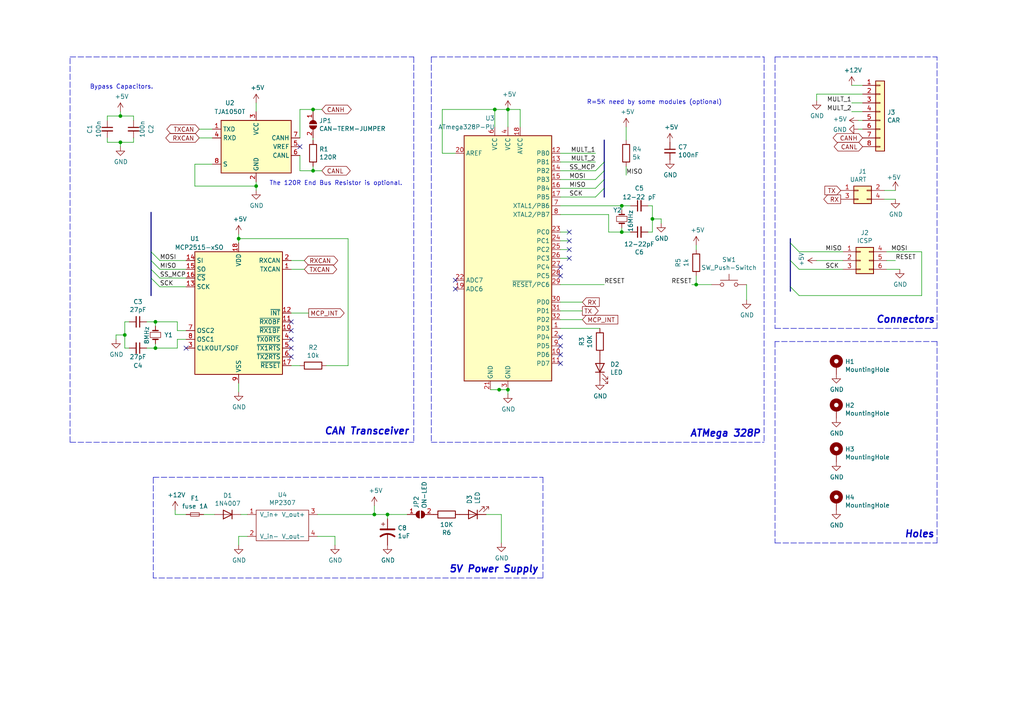
<source format=kicad_sch>
(kicad_sch (version 20211123) (generator eeschema)
  (paper "A4")
  (title_block (title "CANBUS Radio VAG Controller") (date "2023-01-14") (rev "1.0") (company "Augusto Samuel Hernández Martín"))
  (lib_symbols
    (symbol "CanBus-Radio-VAG-rescue:CP1-Device" (pin_numbers hide) (pin_names (offset 0.254) hide)
      (property "Reference" "C" (at 0.635 2.54 0))
      (property "Value" "CP1-Device" (at 0.635 -2.54 0))
      (symbol "CP1-Device_1_1"
        (pin passive line (at 0 3.81 270) (length 2.794) (name "~") (number "1"))
        (pin passive line (at 0 -3.81 90) (length 3.302) (name "~") (number "2"))
      )
    )
    (symbol "CanBus-Radio-VAG:SW_Push-Switch" (pin_numbers hide) (pin_names (offset 1.016) hide)
      (property "Reference" "SW" (at 1.27 2.54 0))
      (property "Value" "SW_Push-Switch" (at 0 -1.524 0))
      (symbol "SW_Push-Switch_0_1"
        (pin passive line (at -5.08 0 0) (length 2.54) (name "1") (number "1"))
        (pin passive line (at 5.08 0 180) (length 2.54) (name "2") (number "2"))
      )
    )
    (symbol "Connector_Generic:Conn_01x08" (pin_names (offset 1.016) hide)
      (property "Reference" "J" (at 0 10.16 0))
      (property "Value" "Conn_01x08" (at 0 -12.7 0))
      (symbol "Conn_01x08_1_1"
        (pin passive line (at -5.08 7.62 0) (length 3.81) (name "Pin_1") (number "1"))
        (pin passive line (at -5.08 5.08 0) (length 3.81) (name "Pin_2") (number "2"))
        (pin passive line (at -5.08 2.54 0) (length 3.81) (name "Pin_3") (number "3"))
        (pin passive line (at -5.08 0 0) (length 3.81) (name "Pin_4") (number "4"))
        (pin passive line (at -5.08 -2.54 0) (length 3.81) (name "Pin_5") (number "5"))
        (pin passive line (at -5.08 -5.08 0) (length 3.81) (name "Pin_6") (number "6"))
        (pin passive line (at -5.08 -7.62 0) (length 3.81) (name "Pin_7") (number "7"))
        (pin passive line (at -5.08 -10.16 0) (length 3.81) (name "Pin_8") (number "8"))
      )
    )
    (symbol "Connector_Generic:Conn_02x02_Odd_Even" (pin_names (offset 1.016) hide)
      (property "Reference" "J" (at 1.27 2.54 0))
      (property "Value" "Conn_02x02_Odd_Even" (at 1.27 -5.08 0))
      (symbol "Conn_02x02_Odd_Even_1_1"
        (pin passive line (at -5.08 0 0) (length 3.81) (name "Pin_1") (number "1"))
        (pin passive line (at 7.62 0 180) (length 3.81) (name "Pin_2") (number "2"))
        (pin passive line (at -5.08 -2.54 0) (length 3.81) (name "Pin_3") (number "3"))
        (pin passive line (at 7.62 -2.54 180) (length 3.81) (name "Pin_4") (number "4"))
      )
    )
    (symbol "Device:C_Small" (pin_numbers hide) (pin_names (offset 0.254) hide)
      (property "Reference" "C" (at 0.254 1.778 0))
      (property "Value" "C_Small" (at 0.254 -2.032 0))
      (symbol "C_Small_1_1"
        (pin passive line (at 0 2.54 270) (length 2.032) (name "~") (number "1"))
        (pin passive line (at 0 -2.54 90) (length 2.032) (name "~") (number "2"))
      )
    )
    (symbol "Device:LED" (pin_numbers hide) (pin_names (offset 1.016) hide)
      (property "Reference" "D" (at 0 2.54 0))
      (property "Value" "LED" (at 0 -2.54 0))
      (symbol "LED_1_1"
        (pin passive line (at -3.81 0 0) (length 2.54) (name "K") (number "1"))
        (pin passive line (at 3.81 0 180) (length 2.54) (name "A") (number "2"))
      )
    )
    (symbol "Device:R" (pin_numbers hide) (pin_names (offset 0))
      (property "Reference" "R" (at 2.032 0 90))
      (property "Value" "R" (at 0 0 90))
      (symbol "R_1_1"
        (pin passive line (at 0 3.81 270) (length 1.27) (name "~") (number "1"))
        (pin passive line (at 0 -3.81 90) (length 1.27) (name "~") (number "2"))
      )
    )
    (symbol "Diode:1N4007" (pin_numbers hide) (pin_names hide)
      (property "Reference" "D" (at 0 2.54 0))
      (property "Value" "1N4007" (at 0 -2.54 0))
      (symbol "1N4007_1_1"
        (pin passive line (at -3.81 0 0) (length 2.54) (name "K") (number "1"))
        (pin passive line (at 3.81 0 180) (length 2.54) (name "A") (number "2"))
      )
    )
    (symbol "Jumper:SolderJumper_2_Open" (pin_names (offset 0) hide)
      (property "Reference" "JP" (at 0 2.032 0))
      (property "Value" "SolderJumper_2_Open" (at 0 -2.54 0))
      (symbol "SolderJumper_2_Open_1_1"
        (pin passive line (at -3.81 0 0) (length 2.54) (name "A") (number "1"))
        (pin passive line (at 3.81 0 180) (length 2.54) (name "B") (number "2"))
      )
    )
    (symbol "Nodo_BMS_1_1-rescue:+5V-power-Nodo_BMS_1_0-rescue-Nodo_BMS_1_1-rescue" (power) (pin_names (offset 0))
      (property "Value" "+5V-power-Nodo_BMS_1_0-rescue-Nodo_BMS_1_1-rescue" (at 0 3.556 0))
      (symbol "+5V-power-Nodo_BMS_1_0-rescue-Nodo_BMS_1_1-rescue_1_1"
        (pin power_in line (at 0 0 90) (length 0) hide (name "+5V") (number "1"))
      )
    )
    (symbol "Nodo_BMS_1_1-rescue:ATmega328P-PU-SmartBMS-Nodo_BMS_1_0-rescue-Nodo_BMS_1_0-rescue-Nodo_BMS_1_1-rescue"
      (property "Reference" "U" (at -12.7 36.83 0))
      (property "Value" "ATmega328P-PU-SmartBMS-Nodo_BMS_1_0-rescue-Nodo_BMS_1_0-rescue-Nodo_BMS_1_1-rescue" (at 2.54 -36.83 0))
      (symbol "ATmega328P-PU-SmartBMS-Nodo_BMS_1_0-rescue-Nodo_BMS_1_0-rescue-Nodo_BMS_1_1-rescue_1_1"
        (pin bidirectional line (at 15.24 -20.32 180) (length 2.54) (name "PD3") (number "1"))
        (pin bidirectional line (at 15.24 -27.94 180) (length 2.54) (name "PD6") (number "10"))
        (pin bidirectional line (at 15.24 -30.48 180) (length 2.54) (name "PD7") (number "11"))
        (pin bidirectional line (at 15.24 30.48 180) (length 2.54) (name "PB0") (number "12"))
        (pin bidirectional line (at 15.24 27.94 180) (length 2.54) (name "PB1") (number "13"))
        (pin bidirectional line (at 15.24 25.4 180) (length 2.54) (name "PB2") (number "14"))
        (pin bidirectional line (at 15.24 22.86 180) (length 2.54) (name "PB3") (number "15"))
        (pin bidirectional line (at 15.24 20.32 180) (length 2.54) (name "PB4") (number "16"))
        (pin bidirectional line (at 15.24 17.78 180) (length 2.54) (name "PB5") (number "17"))
        (pin power_in line (at 3.556 38.1 270) (length 2.54) (name "AVCC") (number "18"))
        (pin bidirectional line (at -15.24 -8.89 0) (length 2.54) (name "ADC6") (number "19"))
        (pin bidirectional line (at 15.24 -22.86 180) (length 2.54) (name "PD4") (number "2"))
        (pin passive line (at -15.24 30.48 0) (length 2.54) (name "AREF") (number "20"))
        (pin power_in line (at -5.08 -38.1 90) (length 2.54) (name "GND") (number "21"))
        (pin bidirectional line (at -15.24 -6.35 0) (length 2.54) (name "ADC7") (number "22"))
        (pin bidirectional line (at 15.24 7.62 180) (length 2.54) (name "PC0") (number "23"))
        (pin bidirectional line (at 15.24 5.08 180) (length 2.54) (name "PC1") (number "24"))
        (pin bidirectional line (at 15.24 2.54 180) (length 2.54) (name "PC2") (number "25"))
        (pin bidirectional line (at 15.24 0 180) (length 2.54) (name "PC3") (number "26"))
        (pin bidirectional line (at 15.24 -2.54 180) (length 2.54) (name "PC4") (number "27"))
        (pin bidirectional line (at 15.24 -5.08 180) (length 2.54) (name "PC5") (number "28"))
        (pin bidirectional line (at 15.24 -7.62 180) (length 2.54) (name "~{RESET}/PC6") (number "29"))
        (pin power_in line (at 0 -38.1 90) (length 2.54) (name "GND") (number "3"))
        (pin bidirectional line (at 15.24 -12.7 180) (length 2.54) (name "PD0") (number "30"))
        (pin bidirectional line (at 15.24 -15.24 180) (length 2.54) (name "PD1") (number "31"))
        (pin bidirectional line (at 15.24 -17.78 180) (length 2.54) (name "PD2") (number "32"))
        (pin power_in line (at 0 38.1 270) (length 2.54) (name "VCC") (number "4"))
        (pin power_in line (at -2.54 -38.1 90) (length 2.54) hide (name "GND") (number "5"))
        (pin power_in line (at -3.81 38.1 270) (length 2.54) (name "VCC") (number "6"))
        (pin bidirectional line (at 15.24 15.24 180) (length 2.54) (name "XTAL1/PB6") (number "7"))
        (pin bidirectional line (at 15.24 12.7 180) (length 2.54) (name "XTAL2/PB7") (number "8"))
        (pin bidirectional line (at 15.24 -25.4 180) (length 2.54) (name "PD5") (number "9"))
      )
    )
    (symbol "Nodo_BMS_1_1-rescue:C_Small-SmartBMS-Nodo_BMS_1_0-rescue-Nodo_BMS_1_0-rescue-Nodo_BMS_1_1-rescue" (pin_numbers hide) (pin_names (offset 0.254) hide)
      (property "Reference" "C" (at 0.254 1.778 0))
      (property "Value" "C_Small-SmartBMS-Nodo_BMS_1_0-rescue-Nodo_BMS_1_0-rescue-Nodo_BMS_1_1-rescue" (at 0.254 -2.032 0))
      (symbol "C_Small-SmartBMS-Nodo_BMS_1_0-rescue-Nodo_BMS_1_0-rescue-Nodo_BMS_1_1-rescue_1_1"
        (pin passive line (at 0 2.54 270) (length 2.032) (name "~") (number "1"))
        (pin passive line (at 0 -2.54 90) (length 2.032) (name "~") (number "2"))
      )
    )
    (symbol "Nodo_BMS_1_1-rescue:Conn_02x03_Top_Bottom-Connector_Generic-Nodo_BMS_1_0-rescue-Nodo_BMS_1_0-rescue-Nodo_BMS_1_1-rescue" (pin_names (offset 1.016) hide)
      (property "Reference" "J" (at 1.27 5.08 0))
      (property "Value" "Conn_02x03_Top_Bottom-Connector_Generic-Nodo_BMS_1_0-rescue-Nodo_BMS_1_0-rescue-Nodo_BMS_1_1-rescue" (at 1.27 -5.08 0))
      (symbol "Conn_02x03_Top_Bottom-Connector_Generic-Nodo_BMS_1_0-rescue-Nodo_BMS_1_0-rescue-Nodo_BMS_1_1-rescue_1_1"
        (pin passive line (at -5.08 2.54 0) (length 3.81) (name "Pin_1") (number "1"))
        (pin passive line (at -5.08 0 0) (length 3.81) (name "Pin_2") (number "2"))
        (pin passive line (at -5.08 -2.54 0) (length 3.81) (name "Pin_3") (number "3"))
        (pin passive line (at 7.62 2.54 180) (length 3.81) (name "Pin_4") (number "4"))
        (pin passive line (at 7.62 0 180) (length 3.81) (name "Pin_5") (number "5"))
        (pin passive line (at 7.62 -2.54 180) (length 3.81) (name "Pin_6") (number "6"))
      )
    )
    (symbol "Nodo_BMS_1_1-rescue:Crystal_Small-SmartBMS-Nodo_BMS_1_0-rescue-Nodo_BMS_1_0-rescue-Nodo_BMS_1_1-rescue" (pin_numbers hide) (pin_names (offset 1.016) hide)
      (property "Reference" "Y" (at 0 2.54 0))
      (property "Value" "Crystal_Small-SmartBMS-Nodo_BMS_1_0-rescue-Nodo_BMS_1_0-rescue-Nodo_BMS_1_1-rescue" (at 0 -2.54 0))
      (symbol "Crystal_Small-SmartBMS-Nodo_BMS_1_0-rescue-Nodo_BMS_1_0-rescue-Nodo_BMS_1_1-rescue_1_1"
        (pin passive line (at -2.54 0 0) (length 1.27) (name "1") (number "1"))
        (pin passive line (at 2.54 0 180) (length 1.27) (name "2") (number "2"))
      )
    )
    (symbol "Nodo_BMS_1_1-rescue:Fuse_Small-SmartBMS-Nodo_BMS_1_0-rescue-Nodo_BMS_1_0-rescue-Nodo_BMS_1_1-rescue" (pin_numbers hide) (pin_names (offset 0.254) hide)
      (property "Reference" "F" (at 0 -1.524 0))
      (property "Value" "Fuse_Small-SmartBMS-Nodo_BMS_1_0-rescue-Nodo_BMS_1_0-rescue-Nodo_BMS_1_1-rescue" (at 0 1.524 0))
      (symbol "Fuse_Small-SmartBMS-Nodo_BMS_1_0-rescue-Nodo_BMS_1_0-rescue-Nodo_BMS_1_1-rescue_1_1"
        (pin passive line (at -2.54 0 0) (length 1.27) (name "~") (number "1"))
        (pin passive line (at 2.54 0 180) (length 1.27) (name "~") (number "2"))
      )
    )
    (symbol "Nodo_BMS_1_1-rescue:GND-power-Nodo_BMS_1_0-rescue-Nodo_BMS_1_1-rescue" (power) (pin_names (offset 0))
      (property "Value" "GND-power-Nodo_BMS_1_0-rescue-Nodo_BMS_1_1-rescue" (at 0 -3.81 0))
      (symbol "GND-power-Nodo_BMS_1_0-rescue-Nodo_BMS_1_1-rescue_1_1"
        (pin power_in line (at 0 0 270) (length 0) hide (name "GND") (number "1"))
      )
    )
    (symbol "Nodo_BMS_1_1-rescue:MCP2515-xSO-SmartBMS-Nodo_BMS_1_0-rescue-Nodo_BMS_1_0-rescue-Nodo_BMS_1_1-rescue"
      (property "Reference" "U" (at -10.16 19.685 0))
      (property "Value" "MCP2515-xSO-SmartBMS-Nodo_BMS_1_0-rescue-Nodo_BMS_1_0-rescue-Nodo_BMS_1_1-rescue" (at 19.05 20.32 0))
      (symbol "MCP2515-xSO-SmartBMS-Nodo_BMS_1_0-rescue-Nodo_BMS_1_0-rescue-Nodo_BMS_1_1-rescue_1_1"
        (pin output line (at 15.24 12.7 180) (length 2.54) (name "TXCAN") (number "1"))
        (pin output line (at 15.24 -5.08 180) (length 2.54) (name "~{RX1BF}") (number "10"))
        (pin output line (at 15.24 -2.54 180) (length 2.54) (name "~{RX0BF}") (number "11"))
        (pin output line (at 15.24 0 180) (length 2.54) (name "~{INT}") (number "12"))
        (pin input line (at -15.24 7.62 0) (length 2.54) (name "SCK") (number "13"))
        (pin input line (at -15.24 15.24 0) (length 2.54) (name "SI") (number "14"))
        (pin output line (at -15.24 12.7 0) (length 2.54) (name "SO") (number "15"))
        (pin input line (at -15.24 10.16 0) (length 2.54) (name "~{CS}") (number "16"))
        (pin input line (at 15.24 -15.24 180) (length 2.54) (name "~{RESET}") (number "17"))
        (pin power_in line (at 0 20.32 270) (length 2.54) (name "VDD") (number "18"))
        (pin input line (at 15.24 15.24 180) (length 2.54) (name "RXCAN") (number "2"))
        (pin output line (at -15.24 -10.16 0) (length 2.54) (name "CLKOUT/SOF") (number "3"))
        (pin input line (at 15.24 -7.62 180) (length 2.54) (name "~{TX0RTS}") (number "4"))
        (pin input line (at 15.24 -10.16 180) (length 2.54) (name "~{TX1RTS}") (number "5"))
        (pin input line (at 15.24 -12.7 180) (length 2.54) (name "~{TX2RTS}") (number "6"))
        (pin output line (at -15.24 -5.08 0) (length 2.54) (name "OSC2") (number "7"))
        (pin input line (at -15.24 -7.62 0) (length 2.54) (name "OSC1") (number "8"))
        (pin power_in line (at 0 -20.32 90) (length 2.54) (name "VSS") (number "9"))
      )
    )
    (symbol "Nodo_BMS_1_1-rescue:MP2307-SmartBMS" (pin_names (offset 1.016))
      (property "Reference" "U" (at 0 0 0))
      (property "Value" "MP2307-SmartBMS" (at 5.08 0 0))
      (symbol "MP2307-SmartBMS_1_1"
        (pin power_in line (at -2.54 -2.54 0) (length 2.54) (name "V_in+") (number "1"))
        (pin power_in line (at -2.54 -8.89 0) (length 2.54) (name "V_in-") (number "2"))
        (pin power_out line (at 17.78 -2.54 180) (length 2.54) (name "V_out+") (number "3"))
        (pin power_out line (at 17.78 -8.89 180) (length 2.54) (name "V_out-") (number "4"))
      )
    )
    (symbol "Nodo_BMS_1_1-rescue:MountingHole_Pad-Mechanical-Nodo_BMS_1_0-rescue-Nodo_BMS_1_0-rescue-Nodo_BMS_1_1-rescue" (pin_numbers hide) (pin_names (offset 1.016) hide)
      (property "Reference" "H" (at 0 6.35 0))
      (property "Value" "MountingHole_Pad-Mechanical-Nodo_BMS_1_0-rescue-Nodo_BMS_1_0-rescue-Nodo_BMS_1_1-rescue" (at 0 4.445 0))
      (symbol "MountingHole_Pad-Mechanical-Nodo_BMS_1_0-rescue-Nodo_BMS_1_0-rescue-Nodo_BMS_1_1-rescue_1_1"
        (pin input line (at 0 -2.54 90) (length 2.54) (name "1") (number "1"))
      )
    )
    (symbol "Nodo_BMS_1_1-rescue:R-SmartBMS-Nodo_BMS_1_0-rescue-Nodo_BMS_1_0-rescue-Nodo_BMS_1_1-rescue" (pin_numbers hide) (pin_names (offset 0))
      (property "Reference" "R" (at 2.032 0 90))
      (property "Value" "R-SmartBMS-Nodo_BMS_1_0-rescue-Nodo_BMS_1_0-rescue-Nodo_BMS_1_1-rescue" (at 0 0 90))
      (symbol "R-SmartBMS-Nodo_BMS_1_0-rescue-Nodo_BMS_1_0-rescue-Nodo_BMS_1_1-rescue_1_1"
        (pin passive line (at 0 3.81 270) (length 1.27) (name "~") (number "1"))
        (pin passive line (at 0 -3.81 90) (length 1.27) (name "~") (number "2"))
      )
    )
    (symbol "Nodo_BMS_1_1-rescue:TJA1050T-SmartBMS-Nodo_BMS_1_0-rescue-Nodo_BMS_1_0-rescue-Nodo_BMS_1_1-rescue"
      (property "Reference" "U" (at -8.89 8.89 0))
      (property "Value" "TJA1050T-SmartBMS-Nodo_BMS_1_0-rescue-Nodo_BMS_1_0-rescue-Nodo_BMS_1_1-rescue" (at 1.27 8.89 0))
      (symbol "TJA1050T-SmartBMS-Nodo_BMS_1_0-rescue-Nodo_BMS_1_0-rescue-Nodo_BMS_1_1-rescue_1_1"
        (pin input line (at -12.7 5.08 0) (length 2.54) (name "TXD") (number "1"))
        (pin power_in line (at 0 -10.16 90) (length 2.54) (name "GND") (number "2"))
        (pin power_in line (at 0 10.16 270) (length 2.54) (name "VCC") (number "3"))
        (pin output line (at -12.7 2.54 0) (length 2.54) (name "RXD") (number "4"))
        (pin passive line (at 12.7 0 180) (length 2.54) (name "VREF") (number "5"))
        (pin bidirectional line (at 12.7 -2.54 180) (length 2.54) (name "CANL") (number "6"))
        (pin bidirectional line (at 12.7 2.54 180) (length 2.54) (name "CANH") (number "7"))
        (pin input line (at -12.7 -5.08 0) (length 2.54) (name "S") (number "8"))
      )
    )
    (symbol "power:+12V" (power) (pin_names (offset 0))
      (property "Value" "+12V" (at 0 3.556 0))
      (symbol "+12V_1_1"
        (pin power_in line (at 0 0 90) (length 0) hide (name "+12V") (number "1"))
      )
    )
    (symbol "power:+5V" (power) (pin_names (offset 0))
      (property "Value" "+5V" (at 0 3.556 0))
      (symbol "+5V_1_1"
        (pin power_in line (at 0 0 90) (length 0) hide (name "+5V") (number "1"))
      )
    )
    (symbol "power:GND" (power) (pin_names (offset 0))
      (property "Value" "GND" (at 0 -3.81 0))
      (symbol "GND_1_1"
        (pin power_in line (at 0 0 270) (length 0) hide (name "GND") (number "1"))
      )
    )
  )
  (junction (at 74.295 53.975))
  (junction (at 144.78 113.03))
  (junction (at 45.085 93.345))
  (junction (at 69.215 69.215))
  (junction (at 90.805 31.75))
  (junction (at 112.395 149.225))
  (junction (at 34.925 33.655))
  (junction (at 34.925 41.275))
  (junction (at 36.195 97.155))
  (junction (at 201.93 82.55))
  (junction (at 147.32 31.75))
  (junction (at 108.585 149.225))
  (junction (at 90.805 49.53))
  (junction (at 180.34 59.69))
  (junction (at 180.34 67.31))
  (junction (at 45.085 100.965))
  (junction (at 189.23 63.5))
  (junction (at 147.32 113.03))
  (junction (at 143.51 31.75))
  (no_connect (at 84.455 98.425))
  (no_connect (at 84.455 103.505))
  (no_connect (at 165.1 67.31))
  (no_connect (at 162.56 80.01))
  (no_connect (at 84.455 100.965))
  (no_connect (at 132.08 81.28))
  (no_connect (at 84.455 95.885))
  (no_connect (at 162.56 97.79))
  (no_connect (at 86.995 42.545))
  (no_connect (at 162.56 100.33))
  (no_connect (at 132.08 83.82))
  (no_connect (at 84.455 93.345))
  (no_connect (at 162.56 77.47))
  (no_connect (at 165.1 72.39))
  (no_connect (at 162.56 102.87))
  (no_connect (at 53.975 100.965))
  (no_connect (at 165.1 69.85))
  (no_connect (at 165.1 74.93))
  (no_connect (at 162.56 105.41))
  (bus_entry (at 175.26 46.99) (size -2.54 2.54))
  (bus_entry (at 43.815 80.645) (size 2.54 2.54))
  (bus_entry (at 43.815 75.565) (size 2.54 2.54))
  (bus_entry (at 175.26 54.61) (size -2.54 2.54))
  (bus_entry (at 43.815 73.025) (size 2.54 2.54))
  (bus_entry (at 43.815 78.105) (size 2.54 2.54))
  (bus_entry (at 229.235 83.185) (size 2.54 2.54))
  (bus_entry (at 175.26 49.53) (size -2.54 2.54))
  (bus_entry (at 175.26 52.07) (size -2.54 2.54))
  (bus_entry (at 229.235 75.565) (size 2.54 2.54))
  (bus_entry (at 229.235 70.485) (size 2.54 2.54))
  (wire (pts (xy 38.735 41.275) (xy 38.735 40.005)))
  (wire (pts (xy 92.075 155.575) (xy 97.155 155.575)))
  (wire (pts (xy 257.175 75.565) (xy 259.715 75.565)))
  (polyline (pts (xy 221.615 16.51) (xy 221.615 128.27)))
  (wire (pts (xy 180.34 59.69) (xy 180.34 60.96)))
  (wire (pts (xy 250.19 24.765) (xy 247.015 24.765)))
  (polyline (pts (xy 224.79 16.51) (xy 224.79 95.25)))
  (polyline (pts (xy 271.78 157.48) (xy 271.78 99.06)))
  (wire (pts (xy 61.595 37.465) (xy 57.785 37.465)))
  (bus (pts (xy 175.26 54.61) (xy 175.26 57.15)))
  (polyline (pts (xy 271.78 95.25) (xy 271.78 16.51)))
  (wire (pts (xy 36.195 93.345) (xy 36.195 97.155)))
  (wire (pts (xy 56.515 47.625) (xy 56.515 53.975)))
  (wire (pts (xy 128.27 44.45) (xy 128.27 31.75)))
  (wire (pts (xy 162.56 52.07) (xy 172.72 52.07)))
  (wire (pts (xy 257.175 78.105) (xy 260.985 78.105)))
  (wire (pts (xy 162.56 74.93) (xy 165.1 74.93)))
  (wire (pts (xy 61.595 47.625) (xy 56.515 47.625)))
  (wire (pts (xy 61.595 40.005) (xy 57.785 40.005)))
  (wire (pts (xy 140.97 149.225) (xy 145.415 149.225)))
  (wire (pts (xy 176.53 62.23) (xy 162.56 62.23)))
  (polyline (pts (xy 20.32 128.27) (xy 20.32 16.51)))
  (wire (pts (xy 189.23 63.5) (xy 189.23 59.69)))
  (wire (pts (xy 189.23 59.69) (xy 187.96 59.69)))
  (wire (pts (xy 250.19 32.385) (xy 247.015 32.385)))
  (wire (pts (xy 231.775 85.725) (xy 267.335 85.725)))
  (wire (pts (xy 162.56 49.53) (xy 172.72 49.53)))
  (wire (pts (xy 267.335 73.025) (xy 267.335 85.725)))
  (wire (pts (xy 69.215 69.215) (xy 69.215 70.485)))
  (bus (pts (xy 43.815 61.595) (xy 43.815 73.025)))
  (wire (pts (xy 90.805 49.53) (xy 93.345 49.53)))
  (polyline (pts (xy 44.45 138.43) (xy 157.48 138.43)))
  (wire (pts (xy 86.995 49.53) (xy 90.805 49.53)))
  (bus (pts (xy 43.815 75.565) (xy 43.815 78.105)))
  (wire (pts (xy 143.51 36.83) (xy 143.51 31.75)))
  (wire (pts (xy 74.295 53.975) (xy 74.295 52.705)))
  (wire (pts (xy 46.355 83.185) (xy 53.975 83.185)))
  (wire (pts (xy 147.32 31.75) (xy 150.876 31.75)))
  (wire (pts (xy 231.775 78.105) (xy 244.475 78.105)))
  (wire (pts (xy 112.395 150.495) (xy 112.395 149.225)))
  (bus (pts (xy 229.235 83.185) (xy 229.235 84.455)))
  (wire (pts (xy 189.23 67.31) (xy 189.23 63.5)))
  (wire (pts (xy 97.155 155.575) (xy 97.155 158.115)))
  (polyline (pts (xy 20.32 128.27) (xy 120.015 128.27)))
  (wire (pts (xy 84.455 75.565) (xy 88.265 75.565)))
  (wire (pts (xy 187.96 67.31) (xy 189.23 67.31)))
  (wire (pts (xy 162.56 92.71) (xy 168.91 92.71)))
  (wire (pts (xy 45.085 93.345) (xy 42.545 93.345)))
  (wire (pts (xy 162.56 54.61) (xy 172.72 54.61)))
  (wire (pts (xy 147.32 113.03) (xy 147.32 114.3)))
  (wire (pts (xy 162.56 44.45) (xy 172.72 44.45)))
  (wire (pts (xy 45.085 100.965) (xy 42.545 100.965)))
  (wire (pts (xy 132.08 44.45) (xy 128.27 44.45)))
  (polyline (pts (xy 157.48 167.64) (xy 44.45 167.64)))
  (wire (pts (xy 31.115 34.925) (xy 31.115 33.655)))
  (polyline (pts (xy 224.79 99.06) (xy 224.79 157.48)))
  (wire (pts (xy 128.27 31.75) (xy 143.51 31.75)))
  (polyline (pts (xy 157.48 138.43) (xy 157.48 167.64)))
  (wire (pts (xy 108.585 149.225) (xy 92.075 149.225)))
  (polyline (pts (xy 125.095 128.27) (xy 221.615 128.27)))
  (wire (pts (xy 100.965 106.045) (xy 100.965 69.215)))
  (wire (pts (xy 34.925 33.655) (xy 38.735 33.655)))
  (wire (pts (xy 176.53 67.31) (xy 176.53 62.23)))
  (wire (pts (xy 142.24 113.03) (xy 144.78 113.03)))
  (wire (pts (xy 86.995 31.75) (xy 86.995 40.005)))
  (wire (pts (xy 36.195 100.965) (xy 37.465 100.965)))
  (wire (pts (xy 162.56 46.99) (xy 172.72 46.99)))
  (wire (pts (xy 162.56 67.31) (xy 165.1 67.31)))
  (wire (pts (xy 180.34 67.31) (xy 182.88 67.31)))
  (wire (pts (xy 69.215 155.575) (xy 69.215 158.115)))
  (wire (pts (xy 94.615 106.045) (xy 100.965 106.045)))
  (wire (pts (xy 45.085 93.345) (xy 51.435 93.345)))
  (wire (pts (xy 34.925 41.275) (xy 38.735 41.275)))
  (wire (pts (xy 143.51 31.75) (xy 147.32 31.75)))
  (wire (pts (xy 90.805 40.005) (xy 90.805 40.64)))
  (bus (pts (xy 43.815 78.105) (xy 43.815 80.645)))
  (wire (pts (xy 31.115 41.275) (xy 34.925 41.275)))
  (wire (pts (xy 46.355 75.565) (xy 53.975 75.565)))
  (wire (pts (xy 45.085 100.965) (xy 45.085 99.695)))
  (wire (pts (xy 191.77 64.77) (xy 191.77 63.5)))
  (wire (pts (xy 162.56 59.69) (xy 180.34 59.69)))
  (wire (pts (xy 256.54 55.245) (xy 259.715 55.245)))
  (wire (pts (xy 147.32 31.75) (xy 147.32 36.83)))
  (wire (pts (xy 201.93 82.55) (xy 206.375 82.55)))
  (wire (pts (xy 181.61 48.26) (xy 181.61 50.8)))
  (polyline (pts (xy 224.79 157.48) (xy 271.78 157.48)))
  (wire (pts (xy 257.175 73.025) (xy 267.335 73.025)))
  (wire (pts (xy 51.435 100.965) (xy 45.085 100.965)))
  (wire (pts (xy 150.876 36.83) (xy 150.876 31.75)))
  (wire (pts (xy 33.655 97.155) (xy 33.655 98.425)))
  (wire (pts (xy 69.215 113.665) (xy 69.215 111.125)))
  (wire (pts (xy 145.415 149.225) (xy 145.415 157.48)))
  (wire (pts (xy 86.995 45.085) (xy 86.995 49.53)))
  (wire (pts (xy 250.19 29.845) (xy 247.015 29.845)))
  (wire (pts (xy 180.34 66.04) (xy 180.34 67.31)))
  (wire (pts (xy 162.56 57.15) (xy 172.72 57.15)))
  (bus (pts (xy 43.815 73.025) (xy 43.815 75.565)))
  (wire (pts (xy 216.535 82.55) (xy 216.535 86.995)))
  (bus (pts (xy 43.815 80.645) (xy 43.815 85.725)))
  (polyline (pts (xy 20.32 16.51) (xy 120.015 16.51)))
  (wire (pts (xy 108.585 149.225) (xy 112.395 149.225)))
  (wire (pts (xy 46.355 80.645) (xy 53.975 80.645)))
  (wire (pts (xy 69.215 67.945) (xy 69.215 69.215)))
  (wire (pts (xy 36.195 97.155) (xy 33.655 97.155)))
  (wire (pts (xy 45.085 94.615) (xy 45.085 93.345)))
  (bus (pts (xy 175.26 52.07) (xy 175.26 54.61)))
  (polyline (pts (xy 224.79 16.51) (xy 271.78 16.51)))
  (wire (pts (xy 69.85 149.225) (xy 71.755 149.225)))
  (wire (pts (xy 84.455 78.105) (xy 88.265 78.105)))
  (wire (pts (xy 250.19 37.465) (xy 248.92 37.465)))
  (wire (pts (xy 236.855 75.565) (xy 244.475 75.565)))
  (wire (pts (xy 38.735 33.655) (xy 38.735 34.925)))
  (wire (pts (xy 31.115 41.275) (xy 31.115 40.005)))
  (wire (pts (xy 108.585 149.225) (xy 108.585 146.685)))
  (wire (pts (xy 50.8 149.225) (xy 50.8 147.955)))
  (polyline (pts (xy 224.79 95.25) (xy 271.78 95.25)))
  (wire (pts (xy 31.115 33.655) (xy 34.925 33.655)))
  (wire (pts (xy 59.055 149.225) (xy 62.23 149.225)))
  (wire (pts (xy 162.56 90.17) (xy 168.91 90.17)))
  (bus (pts (xy 175.26 40.64) (xy 175.26 46.99)))
  (wire (pts (xy 162.56 69.85) (xy 165.1 69.85)))
  (wire (pts (xy 51.435 93.345) (xy 51.435 95.885)))
  (bus (pts (xy 229.235 70.485) (xy 229.235 75.565)))
  (wire (pts (xy 74.295 55.245) (xy 74.295 53.975)))
  (wire (pts (xy 90.805 32.385) (xy 90.805 31.75)))
  (polyline (pts (xy 120.015 16.51) (xy 120.015 128.27)))
  (wire (pts (xy 176.53 67.31) (xy 180.34 67.31)))
  (bus (pts (xy 175.26 49.53) (xy 175.26 52.07)))
  (wire (pts (xy 71.755 155.575) (xy 69.215 155.575)))
  (wire (pts (xy 90.805 31.75) (xy 93.345 31.75)))
  (wire (pts (xy 34.925 33.655) (xy 34.925 32.385)))
  (wire (pts (xy 180.34 59.69) (xy 182.88 59.69)))
  (wire (pts (xy 250.19 34.925) (xy 248.92 34.925)))
  (wire (pts (xy 36.195 97.155) (xy 36.195 100.965)))
  (wire (pts (xy 112.395 149.225) (xy 118.11 149.225)))
  (wire (pts (xy 250.19 27.305) (xy 236.855 27.305)))
  (wire (pts (xy 162.56 82.55) (xy 175.26 82.55)))
  (wire (pts (xy 46.355 78.105) (xy 53.975 78.105)))
  (wire (pts (xy 147.32 113.03) (xy 144.78 113.03)))
  (wire (pts (xy 86.995 31.75) (xy 90.805 31.75)))
  (bus (pts (xy 175.26 46.99) (xy 175.26 49.53)))
  (wire (pts (xy 162.56 87.63) (xy 168.91 87.63)))
  (polyline (pts (xy 125.095 16.51) (xy 125.095 128.27)))
  (wire (pts (xy 162.56 95.25) (xy 173.99 95.25)))
  (bus (pts (xy 229.235 75.565) (xy 229.235 83.185)))
  (wire (pts (xy 231.775 73.025) (xy 244.475 73.025)))
  (wire (pts (xy 200.66 82.55) (xy 201.93 82.55)))
  (wire (pts (xy 37.465 93.345) (xy 36.195 93.345)))
  (wire (pts (xy 84.455 90.805) (xy 89.535 90.805)))
  (wire (pts (xy 56.515 53.975) (xy 74.295 53.975)))
  (wire (pts (xy 201.93 72.39) (xy 201.93 71.12)))
  (wire (pts (xy 53.975 149.225) (xy 50.8 149.225)))
  (polyline (pts (xy 125.095 16.51) (xy 221.615 16.51)))
  (wire (pts (xy 90.805 48.26) (xy 90.805 49.53)))
  (wire (pts (xy 69.215 69.215) (xy 100.965 69.215)))
  (polyline (pts (xy 271.78 99.06) (xy 224.79 99.06)))
  (wire (pts (xy 51.435 95.885) (xy 53.975 95.885)))
  (wire (pts (xy 181.61 40.64) (xy 181.61 36.83)))
  (wire (pts (xy 236.855 27.305) (xy 236.855 29.21)))
  (wire (pts (xy 53.975 98.425) (xy 51.435 98.425)))
  (wire (pts (xy 259.715 57.785) (xy 256.54 57.785)))
  (wire (pts (xy 34.925 41.275) (xy 34.925 42.545)))
  (wire (pts (xy 51.435 98.425) (xy 51.435 100.965)))
  (wire (pts (xy 74.295 32.385) (xy 74.295 29.845)))
  (polyline (pts (xy 44.45 167.64) (xy 44.45 138.43)))
  (wire (pts (xy 201.93 80.01) (xy 201.93 82.55)))
  (wire (pts (xy 162.56 72.39) (xy 165.1 72.39)))
  (wire (pts (xy 84.455 106.045) (xy 86.995 106.045)))
  (wire (pts (xy 189.23 63.5) (xy 191.77 63.5)))
  (bus (pts (xy 229.235 69.215) (xy 229.235 70.485)))
  (text "CAN Transceiver" (at 93.98 126.365 0) (effects (font (size 2.0066 2.0066) (thickness 0.4013) bold italic) (justify left bottom)))
  (text "Holes" (at 262.255 156.21 0) (effects (font (size 2.0066 2.0066) (thickness 0.4013) bold italic) (justify left bottom)))
  (text "ATMega 328P" (at 200.025 127 0) (effects (font (size 2.0066 2.0066) (thickness 0.4013) bold italic) (justify left bottom)))
  (text "R=5K need by some modules (optional)" (at 170.18 30.48 0) (effects (font (size 1.27 1.27)) (justify left bottom)))
  (text "Bypass Capacitors." (at 26.035 26.035 0) (effects (font (size 1.27 1.27)) (justify left bottom)))
  (text "5V Power Supply" (at 130.175 166.37 0) (effects (font (size 2.0066 2.0066) (thickness 0.4013) bold italic) (justify left bottom)))
  (text "Connectors" (at 254 93.98 0) (effects (font (size 2.0066 2.0066) (thickness 0.4013) bold italic) (justify left bottom)))
  (text "The 120R End Bus Resistor is optional." (at 78.105 53.975 0) (effects (font (size 1.27 1.27)) (justify left bottom)))
  (label "MULT_2" (at 247.015 32.385 180))
  (label "MISO" (at 46.355 78.105 0))
  (label "MULT_1" (at 247.015 29.845 180))
  (label "SS_MCP" (at 46.355 80.645 0))
  (label "MOSI" (at 165.1 52.07 0))
  (label "SCK" (at 46.355 83.185 0))
  (label "RESET" (at 175.26 82.55 0))
  (label "RESET" (at 200.66 82.55 180))
  (label "MISO" (at 239.395 73.025 0))
  (label "RESET" (at 259.715 75.565 0))
  (label "SCK" (at 165.1 57.15 0))
  (label "MOSI" (at 258.445 73.025 0))
  (label "SCK" (at 239.395 78.105 0))
  (label "MULT_1" (at 172.72 44.45 180))
  (label "MOSI" (at 46.355 75.565 0))
  (label "SS_MCP" (at 165.1 49.53 0))
  (label "MISO" (at 165.1 54.61 0))
  (label "MULT_2" (at 172.72 46.99 180))
  (label "MISO" (at 181.61 50.8 0))
  (global_label "CANL" (shape bidirectional) (at 250.19 42.545 180) (property "Intersheet References" "${INTERSHEET_REFS}" (effects hide)))
  (global_label "RXCAN" (shape bidirectional) (at 57.785 40.005 180) (property "Intersheet References" "${INTERSHEET_REFS}" (effects hide)))
  (global_label "TXCAN" (shape bidirectional) (at 57.785 37.465 180) (property "Intersheet References" "${INTERSHEET_REFS}" (effects hide)))
  (global_label "CANH" (shape bidirectional) (at 93.345 31.75 0) (property "Intersheet References" "${INTERSHEET_REFS}" (effects hide)))
  (global_label "TX" (shape input) (at 243.84 55.245 180) (property "Intersheet References" "${INTERSHEET_REFS}" (effects hide)))
  (global_label "CANH" (shape bidirectional) (at 250.19 40.005 180) (property "Intersheet References" "${INTERSHEET_REFS}" (effects hide)))
  (global_label "RXCAN" (shape bidirectional) (at 88.265 75.565 0) (property "Intersheet References" "${INTERSHEET_REFS}" (effects hide)))
  (global_label "RX" (shape output) (at 243.84 57.785 180) (property "Intersheet References" "${INTERSHEET_REFS}" (effects hide)))
  (global_label "TXCAN" (shape bidirectional) (at 88.265 78.105 0) (property "Intersheet References" "${INTERSHEET_REFS}" (effects hide)))
  (global_label "CANL" (shape bidirectional) (at 93.345 49.53 0) (property "Intersheet References" "${INTERSHEET_REFS}" (effects hide)))
  (global_label "TX" (shape output) (at 168.91 90.17 0) (property "Intersheet References" "${INTERSHEET_REFS}" (effects hide)))
  (global_label "RX" (shape input) (at 168.91 87.63 0) (property "Intersheet References" "${INTERSHEET_REFS}" (effects hide)))
  (global_label "MCP_INT" (shape output) (at 89.535 90.805 0) (property "Intersheet References" "${INTERSHEET_REFS}" (effects hide)))
  (global_label "MCP_INT" (shape input) (at 168.91 92.71 0) (property "Intersheet References" "${INTERSHEET_REFS}" (effects hide)))
  (symbol (lib_id "Nodo_BMS_1_1-rescue:GND-power-Nodo_BMS_1_0-rescue-Nodo_BMS_1_1-rescue") (at 259.715 57.785 0) (unit 1)
    (property "Reference" "#PWR029" (effects hide))
    (property "Value" "GND" (at 259.842 62.1792 0))
  )
  (symbol (lib_id "Nodo_BMS_1_1-rescue:+5V-power-Nodo_BMS_1_0-rescue-Nodo_BMS_1_1-rescue") (at 259.715 55.245 0) (unit 1)
    (property "Reference" "#PWR028" (effects hide))
    (property "Value" "+5V" (at 257.175 51.435 0) (effects (justify left)))
  )
  (symbol (lib_id "Nodo_BMS_1_1-rescue:GND-power-Nodo_BMS_1_0-rescue-Nodo_BMS_1_1-rescue") (at 242.57 108.585 0) (unit 1)
    (property "Reference" "#PWR031" (effects hide))
    (property "Value" "GND" (at 242.697 112.9792 0))
  )
  (symbol (lib_id "Device:C_Small") (at 194.31 43.815 0) (unit 1)
    (property "Reference" "C7" (at 196.6468 42.6466 0) (effects (justify left)))
    (property "Value" "100nF" (at 196.6468 44.958 0) (effects (justify left)))
    (property "Footprint" "Capacitor_SMD:C_1206_3216Metric_Pad1.33x1.80mm_HandSolder" (effects hide))
  )
  (symbol (lib_id "power:GND") (at 194.31 46.355 0) (unit 1)
    (property "Reference" "#PWR017" (effects hide))
    (property "Value" "GND" (at 194.437 50.7492 0))
  )
  (symbol (lib_id "power:+5V") (at 194.31 41.275 0) (unit 1)
    (property "Reference" "#PWR016" (effects hide))
    (property "Value" "+5V" (at 194.691 36.8808 0))
  )
  (symbol (lib_id "Nodo_BMS_1_1-rescue:GND-power-Nodo_BMS_1_0-rescue-Nodo_BMS_1_1-rescue") (at 242.57 121.285 0) (unit 1)
    (property "Reference" "#PWR032" (effects hide))
    (property "Value" "GND" (at 242.697 125.6792 0))
  )
  (symbol (lib_id "Nodo_BMS_1_1-rescue:GND-power-Nodo_BMS_1_0-rescue-Nodo_BMS_1_1-rescue") (at 242.57 133.985 0) (unit 1)
    (property "Reference" "#PWR033" (effects hide))
    (property "Value" "GND" (at 242.697 138.3792 0))
  )
  (symbol (lib_id "Nodo_BMS_1_1-rescue:GND-power-Nodo_BMS_1_0-rescue-Nodo_BMS_1_1-rescue") (at 242.57 147.955 0) (unit 1)
    (property "Reference" "#PWR034" (effects hide))
    (property "Value" "GND" (at 242.697 152.3492 0))
  )
  (symbol (lib_id "Nodo_BMS_1_1-rescue:MCP2515-xSO-SmartBMS-Nodo_BMS_1_0-rescue-Nodo_BMS_1_0-rescue-Nodo_BMS_1_1-rescue") (at 69.215 90.805 0) (unit 1)
    (property "Reference" "U1" (at 56.515 69.215 0))
    (property "Value" "MCP2515-xSO" (at 57.785 71.755 0))
    (property "Footprint" "Package_SO:SOIC-18W_7.5x11.6mm_P1.27mm" (effects hide))
    (property "Datasheet" "http://ww1.microchip.com/downloads/en/DeviceDoc/21801e.pdf" (effects hide))
  )
  (symbol (lib_id "Nodo_BMS_1_1-rescue:TJA1050T-SmartBMS-Nodo_BMS_1_0-rescue-Nodo_BMS_1_0-rescue-Nodo_BMS_1_1-rescue") (at 74.295 42.545 0) (unit 1)
    (property "Reference" "U2" (at 66.675 29.845 0))
    (property "Value" "TJA1050T" (at 66.675 32.385 0))
    (property "Footprint" "Package_SO:SOIC-8_3.9x4.9mm_P1.27mm" (effects hide))
    (property "Datasheet" "http://www.ti.com/lit/ds/symlink/sn65hvd1050.pdf" (effects hide))
  )
  (symbol (lib_id "Nodo_BMS_1_1-rescue:GND-power-Nodo_BMS_1_0-rescue-Nodo_BMS_1_1-rescue") (at 74.295 55.245 0) (unit 1)
    (property "Reference" "#PWR07" (effects hide))
    (property "Value" "GND" (at 74.422 59.6392 0))
  )
  (symbol (lib_id "Nodo_BMS_1_1-rescue:+5V-power-Nodo_BMS_1_0-rescue-Nodo_BMS_1_1-rescue") (at 74.295 29.845 0) (unit 1)
    (property "Reference" "#PWR06" (effects hide))
    (property "Value" "+5V" (at 74.676 25.4508 0))
  )
  (symbol (lib_id "Nodo_BMS_1_1-rescue:R-SmartBMS-Nodo_BMS_1_0-rescue-Nodo_BMS_1_0-rescue-Nodo_BMS_1_1-rescue") (at 90.805 44.45 0) (unit 1)
    (property "Reference" "R1" (at 92.583 43.2816 0) (effects (justify left)))
    (property "Value" "120R" (at 92.583 45.593 0) (effects (justify left)))
    (property "Footprint" "Resistor_SMD:R_1206_3216Metric_Pad1.30x1.75mm_HandSolder" (effects hide))
  )
  (symbol (lib_id "Nodo_BMS_1_1-rescue:GND-power-Nodo_BMS_1_0-rescue-Nodo_BMS_1_1-rescue") (at 69.215 113.665 0) (unit 1)
    (property "Reference" "#PWR05" (effects hide))
    (property "Value" "GND" (at 69.342 118.0592 0))
  )
  (symbol (lib_id "Nodo_BMS_1_1-rescue:Crystal_Small-SmartBMS-Nodo_BMS_1_0-rescue-Nodo_BMS_1_0-rescue-Nodo_BMS_1_1-rescue") (at 45.085 97.155 270) (unit 1)
    (property "Reference" "Y1" (at 47.625 97.155 90) (effects (justify left)))
    (property "Value" "8MHz" (at 42.545 94.615 0) (effects (justify left)))
    (property "Footprint" "Crystal:Crystal_HC49-4H_Vertical" (effects hide))
  )
  (symbol (lib_id "Nodo_BMS_1_1-rescue:C_Small-SmartBMS-Nodo_BMS_1_0-rescue-Nodo_BMS_1_0-rescue-Nodo_BMS_1_1-rescue") (at 40.005 93.345 270) (unit 1)
    (property "Reference" "C3" (at 40.005 87.5284 90))
    (property "Value" "27pF" (at 40.005 89.8398 90))
    (property "Footprint" "Capacitor_SMD:C_1206_3216Metric_Pad1.33x1.80mm_HandSolder" (effects hide))
  )
  (symbol (lib_id "Nodo_BMS_1_1-rescue:C_Small-SmartBMS-Nodo_BMS_1_0-rescue-Nodo_BMS_1_0-rescue-Nodo_BMS_1_1-rescue") (at 40.005 100.965 270) (unit 1)
    (property "Reference" "C4" (at 40.005 106.045 90))
    (property "Value" "27pF" (at 40.005 103.505 90))
    (property "Footprint" "Capacitor_SMD:C_1206_3216Metric_Pad1.33x1.80mm_HandSolder" (effects hide))
  )
  (symbol (lib_id "Nodo_BMS_1_1-rescue:GND-power-Nodo_BMS_1_0-rescue-Nodo_BMS_1_1-rescue") (at 33.655 98.425 0) (unit 1)
    (property "Reference" "#PWR01" (effects hide))
    (property "Value" "GND" (at 33.782 102.8192 0))
  )
  (symbol (lib_id "Nodo_BMS_1_1-rescue:+5V-power-Nodo_BMS_1_0-rescue-Nodo_BMS_1_1-rescue") (at 69.215 67.945 0) (unit 1)
    (property "Reference" "#PWR04" (effects hide))
    (property "Value" "+5V" (at 69.596 63.5508 0))
  )
  (symbol (lib_id "Nodo_BMS_1_1-rescue:R-SmartBMS-Nodo_BMS_1_0-rescue-Nodo_BMS_1_0-rescue-Nodo_BMS_1_1-rescue") (at 90.805 106.045 270) (unit 1)
    (property "Reference" "R2" (at 90.805 100.7872 90))
    (property "Value" "10k" (at 90.805 103.0986 90))
    (property "Footprint" "Resistor_SMD:R_1206_3216Metric_Pad1.30x1.75mm_HandSolder" (effects hide))
  )
  (symbol (lib_id "Nodo_BMS_1_1-rescue:C_Small-SmartBMS-Nodo_BMS_1_0-rescue-Nodo_BMS_1_0-rescue-Nodo_BMS_1_1-rescue") (at 38.735 37.465 0) (unit 1)
    (property "Reference" "C2" (at 43.815 37.465 90))
    (property "Value" "100n" (at 41.275 37.465 90))
    (property "Footprint" "Capacitor_SMD:C_1206_3216Metric_Pad1.33x1.80mm_HandSolder" (effects hide))
  )
  (symbol (lib_id "Nodo_BMS_1_1-rescue:C_Small-SmartBMS-Nodo_BMS_1_0-rescue-Nodo_BMS_1_0-rescue-Nodo_BMS_1_1-rescue") (at 31.115 37.465 0) (unit 1)
    (property "Reference" "C1" (at 26.035 37.465 90))
    (property "Value" "100n" (at 28.575 37.465 90))
    (property "Footprint" "Capacitor_SMD:C_1206_3216Metric_Pad1.33x1.80mm_HandSolder" (effects hide))
  )
  (symbol (lib_id "Nodo_BMS_1_1-rescue:GND-power-Nodo_BMS_1_0-rescue-Nodo_BMS_1_1-rescue") (at 34.925 42.545 0) (unit 1)
    (property "Reference" "#PWR03" (effects hide))
    (property "Value" "GND" (at 35.052 46.9392 0))
  )
  (symbol (lib_id "Nodo_BMS_1_1-rescue:+5V-power-Nodo_BMS_1_0-rescue-Nodo_BMS_1_1-rescue") (at 34.925 32.385 0) (unit 1)
    (property "Reference" "#PWR02" (effects hide))
    (property "Value" "+5V" (at 35.306 27.9908 0))
  )
  (symbol (lib_id "Nodo_BMS_1_1-rescue:ATmega328P-PU-SmartBMS-Nodo_BMS_1_0-rescue-Nodo_BMS_1_0-rescue-Nodo_BMS_1_1-rescue") (at 147.32 74.93 0) (unit 1)
    (property "Reference" "U3" (at 143.51 34.29 0) (effects (justify right)))
    (property "Value" "ATmega328P-PU" (at 143.51 36.83 0) (effects (justify right)))
    (property "Footprint" "SmartBMS:TQFP-32_7x7mm_P0.8mm" (effects hide))
    (property "Datasheet" "http://ww1.microchip.com/downloads/en/DeviceDoc/ATmega328_P%20AVR%20MCU%20with%20picoPower%20Technology%20Data%20Sheet%2040001984A.pdf" (effects hide))
  )
  (symbol (lib_id "Nodo_BMS_1_1-rescue:Crystal_Small-SmartBMS-Nodo_BMS_1_0-rescue-Nodo_BMS_1_0-rescue-Nodo_BMS_1_1-rescue") (at 180.34 63.5 90) (unit 1)
    (property "Reference" "Y2" (at 180.34 60.96 90) (effects (justify left)))
    (property "Value" "16MHz" (at 182.88 67.31 0) (effects (justify left)))
    (property "Footprint" "Crystal:Crystal_HC49-4H_Vertical" (effects hide))
  )
  (symbol (lib_id "Nodo_BMS_1_1-rescue:C_Small-SmartBMS-Nodo_BMS_1_0-rescue-Nodo_BMS_1_0-rescue-Nodo_BMS_1_1-rescue") (at 185.42 67.31 90) (unit 1)
    (property "Reference" "C6" (at 185.42 73.1266 90))
    (property "Value" "12-22pF" (at 185.42 70.8152 90))
    (property "Footprint" "Capacitor_SMD:C_1206_3216Metric_Pad1.33x1.80mm_HandSolder" (effects hide))
  )
  (symbol (lib_id "Nodo_BMS_1_1-rescue:C_Small-SmartBMS-Nodo_BMS_1_0-rescue-Nodo_BMS_1_0-rescue-Nodo_BMS_1_1-rescue") (at 185.42 59.69 90) (unit 1)
    (property "Reference" "C5" (at 185.42 54.61 90))
    (property "Value" "12-22 pF" (at 185.42 57.15 90))
    (property "Footprint" "Capacitor_SMD:C_1206_3216Metric_Pad1.33x1.80mm_HandSolder" (effects hide))
  )
  (symbol (lib_id "Nodo_BMS_1_1-rescue:GND-power-Nodo_BMS_1_0-rescue-Nodo_BMS_1_1-rescue") (at 191.77 64.77 0) (unit 1)
    (property "Reference" "#PWR014" (effects hide))
    (property "Value" "GND" (at 191.897 69.1642 0))
  )
  (symbol (lib_id "Nodo_BMS_1_1-rescue:MountingHole_Pad-Mechanical-Nodo_BMS_1_0-rescue-Nodo_BMS_1_0-rescue-Nodo_BMS_1_1-rescue") (at 242.57 106.045 0) (unit 1)
    (property "Reference" "H1" (at 245.11 104.8766 0) (effects (justify left)))
    (property "Value" "MountingHole" (at 245.11 107.188 0) (effects (justify left)))
    (property "Footprint" "MountingHole:MountingHole_2.2mm_M2_Pad" (effects hide))
  )
  (symbol (lib_id "Nodo_BMS_1_1-rescue:MountingHole_Pad-Mechanical-Nodo_BMS_1_0-rescue-Nodo_BMS_1_0-rescue-Nodo_BMS_1_1-rescue") (at 242.57 118.745 0) (unit 1)
    (property "Reference" "H2" (at 245.11 117.5766 0) (effects (justify left)))
    (property "Value" "MountingHole" (at 245.11 119.888 0) (effects (justify left)))
    (property "Footprint" "MountingHole:MountingHole_2.2mm_M2_Pad" (effects hide))
  )
  (symbol (lib_id "Nodo_BMS_1_1-rescue:MountingHole_Pad-Mechanical-Nodo_BMS_1_0-rescue-Nodo_BMS_1_0-rescue-Nodo_BMS_1_1-rescue") (at 242.57 131.445 0) (unit 1)
    (property "Reference" "H3" (at 245.11 130.2766 0) (effects (justify left)))
    (property "Value" "MountingHole" (at 245.11 132.588 0) (effects (justify left)))
    (property "Footprint" "MountingHole:MountingHole_2.2mm_M2_Pad" (effects hide))
  )
  (symbol (lib_id "Nodo_BMS_1_1-rescue:MountingHole_Pad-Mechanical-Nodo_BMS_1_0-rescue-Nodo_BMS_1_0-rescue-Nodo_BMS_1_1-rescue") (at 242.57 145.415 0) (unit 1)
    (property "Reference" "H4" (at 245.11 144.2466 0) (effects (justify left)))
    (property "Value" "MountingHole" (at 245.11 146.558 0) (effects (justify left)))
    (property "Footprint" "MountingHole:MountingHole_2.2mm_M2_Pad" (effects hide))
  )
  (symbol (lib_id "Nodo_BMS_1_1-rescue:+5V-power-Nodo_BMS_1_0-rescue-Nodo_BMS_1_1-rescue") (at 147.32 31.75 0) (unit 1)
    (property "Reference" "#PWR09" (effects hide))
    (property "Value" "+5V" (at 147.701 27.3558 0))
  )
  (symbol (lib_id "Nodo_BMS_1_1-rescue:GND-power-Nodo_BMS_1_0-rescue-Nodo_BMS_1_1-rescue") (at 147.32 114.3 0) (unit 1)
    (property "Reference" "#PWR010" (effects hide))
    (property "Value" "GND" (at 147.447 118.6942 0))
  )
  (symbol (lib_id "Nodo_BMS_1_1-rescue:R-SmartBMS-Nodo_BMS_1_0-rescue-Nodo_BMS_1_0-rescue-Nodo_BMS_1_1-rescue") (at 201.93 76.2 0) (unit 1)
    (property "Reference" "R5" (at 196.6722 76.2 90))
    (property "Value" "1k" (at 198.9836 76.2 90))
    (property "Footprint" "Resistor_SMD:R_1206_3216Metric_Pad1.30x1.75mm_HandSolder" (effects hide))
  )
  (symbol (lib_id "Nodo_BMS_1_1-rescue:+5V-power-Nodo_BMS_1_0-rescue-Nodo_BMS_1_1-rescue") (at 201.93 71.12 0) (unit 1)
    (property "Reference" "#PWR018" (effects hide))
    (property "Value" "+5V" (at 202.311 66.7258 0))
  )
  (symbol (lib_id "Device:R") (at 181.61 44.45 0) (unit 1)
    (property "Reference" "R4" (at 183.388 43.2816 0) (effects (justify left)))
    (property "Value" "5k" (at 183.388 45.593 0) (effects (justify left)))
    (property "Footprint" "Resistor_SMD:R_1206_3216Metric_Pad1.30x1.75mm_HandSolder" (effects hide))
  )
  (symbol (lib_id "power:+5V") (at 181.61 36.83 0) (unit 1)
    (property "Reference" "#PWR013" (effects hide))
    (property "Value" "+5V" (at 181.991 32.4358 0))
  )
  (symbol (lib_id "Nodo_BMS_1_1-rescue:MP2307-SmartBMS") (at 74.295 146.685 0) (unit 1)
    (property "Reference" "U4" (at 81.915 143.51 0))
    (property "Value" "MP2307" (at 81.915 145.8214 0))
    (property "Footprint" "SmartBMS:MP2307" (effects hide))
  )
  (symbol (lib_id "power:+5V") (at 108.585 146.685 0) (unit 1)
    (property "Reference" "#PWR019" (effects hide))
    (property "Value" "+5V" (at 108.966 142.2908 0))
  )
  (symbol (lib_id "power:GND") (at 97.155 158.115 0) (unit 1)
    (property "Reference" "#PWR015" (effects hide))
    (property "Value" "GND" (at 97.282 162.5092 0))
  )
  (symbol (lib_id "power:GND") (at 69.215 158.115 0) (unit 1)
    (property "Reference" "#PWR011" (effects hide))
    (property "Value" "GND" (at 69.342 162.5092 0))
  )
  (symbol (lib_id "Nodo_BMS_1_1-rescue:Conn_02x03_Top_Bottom-Connector_Generic-Nodo_BMS_1_0-rescue-Nodo_BMS_1_0-rescue-Nodo_BMS_1_1-rescue") (at 249.555 75.565 0) (unit 1)
    (property "Reference" "J2" (at 250.825 67.5132 0))
    (property "Value" "ICSP" (at 250.825 69.8246 0))
    (property "Footprint" "Connector_PinHeader_2.54mm:PinHeader_2x03_P2.54mm_Vertical" (effects hide))
  )
  (symbol (lib_id "Nodo_BMS_1_1-rescue:Fuse_Small-SmartBMS-Nodo_BMS_1_0-rescue-Nodo_BMS_1_0-rescue-Nodo_BMS_1_1-rescue") (at 56.515 149.225 0) (unit 1)
    (property "Reference" "F1" (at 56.515 144.526 0))
    (property "Value" "fuse 1A" (at 56.515 146.8374 0))
    (property "Footprint" "Fuse:Fuse_1812_4532Metric_Pad1.30x3.40mm_HandSolder" (effects hide))
  )
  (symbol (lib_id "Nodo_BMS_1_1-rescue:GND-power-Nodo_BMS_1_0-rescue-Nodo_BMS_1_1-rescue") (at 260.985 78.105 0) (unit 1)
    (property "Reference" "#PWR030" (effects hide))
    (property "Value" "GND" (at 261.112 82.4992 0))
  )
  (symbol (lib_id "Nodo_BMS_1_1-rescue:+5V-power-Nodo_BMS_1_0-rescue-Nodo_BMS_1_1-rescue") (at 236.855 75.565 90) (unit 1)
    (property "Reference" "#PWR024" (effects hide))
    (property "Value" "+5V" (at 232.4608 75.184 0))
  )
  (symbol (lib_id "power:+12V") (at 50.8 147.955 0) (unit 1)
    (property "Reference" "#PWR08" (effects hide))
    (property "Value" "+12V" (at 51.181 143.5608 0))
  )
  (symbol (lib_id "Jumper:SolderJumper_2_Open") (at 90.805 36.195 270) (unit 1)
    (property "Reference" "JP1" (at 92.5322 35.0266 90) (effects (justify left)))
    (property "Value" "CAN-TERM-JUMPER" (at 92.5322 37.338 90) (effects (justify left)))
    (property "Footprint" "Jumper:SolderJumper-2_P1.3mm_Open_Pad1.0x1.5mm" (effects hide))
  )
  (symbol (lib_id "Nodo_BMS_1_1-rescue:R-SmartBMS-Nodo_BMS_1_0-rescue-Nodo_BMS_1_0-rescue-Nodo_BMS_1_1-rescue") (at 173.99 99.06 0) (unit 1)
    (property "Reference" "R3" (at 168.7322 99.06 90))
    (property "Value" "10K" (at 171.0436 99.06 90))
    (property "Footprint" "Resistor_SMD:R_1206_3216Metric_Pad1.30x1.75mm_HandSolder" (effects hide))
  )
  (symbol (lib_id "Device:LED") (at 173.99 106.68 90) (unit 1)
    (property "Reference" "D2" (at 176.9872 105.6894 90) (effects (justify right)))
    (property "Value" "LED" (at 176.9872 108.0008 90) (effects (justify right)))
    (property "Footprint" "LED_SMD:LED_1206_3216Metric_Pad1.42x1.75mm_HandSolder" (effects hide))
  )
  (symbol (lib_id "power:GND") (at 173.99 110.49 0) (unit 1)
    (property "Reference" "#PWR012" (effects hide))
    (property "Value" "GND" (at 174.117 114.8842 0))
  )
  (symbol (lib_id "CanBus-Radio-VAG-rescue:CP1-Device") (at 112.395 154.305 0) (unit 1)
    (property "Reference" "C8" (at 115.316 153.1366 0) (effects (justify left)))
    (property "Value" "1uF" (at 115.316 155.448 0) (effects (justify left)))
    (property "Footprint" "Capacitor_Tantalum_SMD:CP_EIA-1608-10_AVX-L_Pad1.25x1.05mm_HandSolder" (effects hide))
  )
  (symbol (lib_id "power:GND") (at 112.395 158.115 0) (unit 1)
    (property "Reference" "#PWR020" (effects hide))
    (property "Value" "GND" (at 112.522 162.5092 0))
  )
  (symbol (lib_id "Nodo_BMS_1_1-rescue:R-SmartBMS-Nodo_BMS_1_0-rescue-Nodo_BMS_1_0-rescue-Nodo_BMS_1_1-rescue") (at 129.54 149.225 90) (unit 1)
    (property "Reference" "R6" (at 129.54 154.4828 90))
    (property "Value" "10K" (at 129.54 152.1714 90))
    (property "Footprint" "Resistor_SMD:R_1206_3216Metric_Pad1.30x1.75mm_HandSolder" (effects hide))
  )
  (symbol (lib_id "Device:LED") (at 137.16 149.225 180) (unit 1)
    (property "Reference" "D3" (at 136.1694 146.2278 90) (effects (justify right)))
    (property "Value" "LED" (at 138.4808 146.2278 90) (effects (justify right)))
    (property "Footprint" "LED_SMD:LED_1206_3216Metric_Pad1.42x1.75mm_HandSolder" (effects hide))
  )
  (symbol (lib_id "power:GND") (at 145.415 157.48 0) (unit 1)
    (property "Reference" "#PWR022" (effects hide))
    (property "Value" "GND" (at 145.542 161.8742 0))
  )
  (symbol (lib_id "Jumper:SolderJumper_2_Open") (at 121.92 149.225 0) (unit 1)
    (property "Reference" "JP2" (at 120.7516 147.4978 90) (effects (justify left)))
    (property "Value" "ON-LED" (at 123.063 147.4978 90) (effects (justify left)))
    (property "Footprint" "Jumper:SolderJumper-2_P1.3mm_Open_Pad1.0x1.5mm" (effects hide))
  )
  (symbol (lib_id "Diode:1N4007") (at 66.04 149.225 180) (unit 1)
    (property "Reference" "D1" (at 66.04 143.7132 0))
    (property "Value" "1N4007" (at 66.04 146.0246 0))
    (property "Footprint" "Diode_SMD:D_SMA_Handsoldering" (effects hide))
    (property "Datasheet" "http://www.vishay.com/docs/88503/1n4001.pdf" (effects hide))
  )
  (symbol (lib_id "CanBus-Radio-VAG:SW_Push-Switch") (at 211.455 82.55 0) (unit 1)
    (property "Reference" "SW1" (at 211.455 75.311 0))
    (property "Value" "SW_Push-Switch" (at 211.455 77.6224 0))
    (property "Footprint" "Button_Switch_THT:SW_PUSH_6mm_H5mm" (effects hide))
  )
  (symbol (lib_id "power:GND") (at 216.535 86.995 0) (unit 1)
    (property "Reference" "#PWR021" (effects hide))
    (property "Value" "GND" (at 216.662 91.3892 0))
  )
  (symbol (lib_id "Connector_Generic:Conn_01x08") (at 255.27 32.385 0) (unit 1)
    (property "Reference" "J3" (at 257.302 32.5882 0) (effects (justify left)))
    (property "Value" "CAR" (at 257.302 34.8996 0) (effects (justify left)))
    (property "Footprint" "Connector_JST:JST_XH_S8B-XH-A-1_1x08_P2.50mm_Horizontal" (effects hide))
  )
  (symbol (lib_id "Connector_Generic:Conn_02x02_Odd_Even") (at 248.92 55.245 0) (unit 1)
    (property "Reference" "J1" (at 250.19 49.7332 0))
    (property "Value" "UART" (at 248.92 52.07 0))
    (property "Footprint" "Connector_PinHeader_2.54mm:PinHeader_2x02_P2.54mm_Vertical" (effects hide))
  )
  (symbol (lib_id "power:+5V") (at 248.92 34.925 90) (unit 1)
    (property "Reference" "#PWR026" (effects hide))
    (property "Value" "+5V" (at 245.6688 34.544 90) (effects (justify left)))
  )
  (symbol (lib_id "power:GND") (at 248.92 37.465 270) (unit 1)
    (property "Reference" "#PWR027" (effects hide))
    (property "Value" "GND" (at 245.6688 37.592 90) (effects (justify right)))
  )
  (symbol (lib_id "power:+12V") (at 247.015 24.765 0) (unit 1)
    (property "Reference" "#PWR025" (effects hide))
    (property "Value" "+12V" (at 247.396 20.3708 0))
  )
  (symbol (lib_id "power:GND") (at 236.855 29.21 0) (unit 1)
    (property "Reference" "#PWR023" (effects hide))
    (property "Value" "GND" (at 236.982 33.6042 0))
  )
)
</source>
